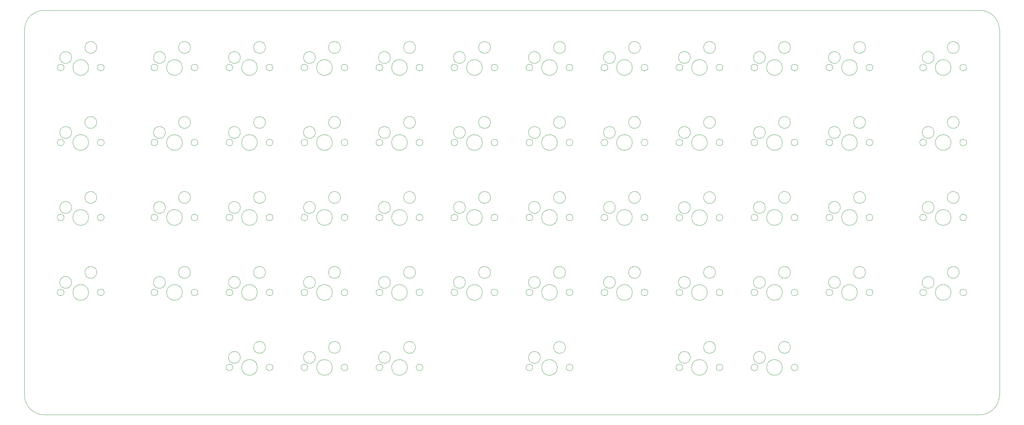
<source format=gbr>
%TF.GenerationSoftware,KiCad,Pcbnew,9.0.6*%
%TF.CreationDate,2026-01-14T23:26:22-05:00*%
%TF.ProjectId,60_keyboard,36305f6b-6579-4626-9f61-72642e6b6963,rev?*%
%TF.SameCoordinates,Original*%
%TF.FileFunction,Profile,NP*%
%FSLAX46Y46*%
G04 Gerber Fmt 4.6, Leading zero omitted, Abs format (unit mm)*
G04 Created by KiCad (PCBNEW 9.0.6) date 2026-01-14 23:26:22*
%MOMM*%
%LPD*%
G01*
G04 APERTURE LIST*
%TA.AperFunction,Profile*%
%ADD10C,0.050000*%
%TD*%
G04 APERTURE END LIST*
D10*
X20000000Y-112500000D02*
G75*
G02*
X15000000Y-107499962I0J5000000D01*
G01*
X15000000Y-15035534D02*
G75*
G02*
X19964466Y-10000000I5000000J35534D01*
G01*
X262000000Y-15000000D02*
X262000000Y-107500000D01*
X256964462Y-10000126D02*
G75*
G02*
X262000000Y-15000000I35538J-4999874D01*
G01*
X262000000Y-107500000D02*
G75*
G02*
X257000000Y-112500000I-5000000J0D01*
G01*
X19964466Y-10000000D02*
X256964466Y-10000737D01*
X15000000Y-107499962D02*
X15000001Y-15035637D01*
X257000034Y-112500000D02*
X20000000Y-112500000D01*
%TO.C,SW55*%
X35181000Y-24500000D02*
G75*
G02*
X33479000Y-24500000I-851000J0D01*
G01*
X33479000Y-24500000D02*
G75*
G02*
X35181000Y-24500000I851000J0D01*
G01*
X33300000Y-19420000D02*
G75*
G02*
X30300000Y-19420000I-1500000J0D01*
G01*
X30300000Y-19420000D02*
G75*
G02*
X33300000Y-19420000I1500000J0D01*
G01*
X31244000Y-24500000D02*
G75*
G02*
X27256000Y-24500000I-1994000J0D01*
G01*
X27256000Y-24500000D02*
G75*
G02*
X31244000Y-24500000I1994000J0D01*
G01*
X26940000Y-21960000D02*
G75*
G02*
X23940000Y-21960000I-1500000J0D01*
G01*
X23940000Y-21960000D02*
G75*
G02*
X26940000Y-21960000I1500000J0D01*
G01*
X25021000Y-24500000D02*
G75*
G02*
X23319000Y-24500000I-851000J0D01*
G01*
X23319000Y-24500000D02*
G75*
G02*
X25021000Y-24500000I851000J0D01*
G01*
%TO.C,SW108*%
X253681000Y-81500000D02*
G75*
G02*
X251979000Y-81500000I-851000J0D01*
G01*
X251979000Y-81500000D02*
G75*
G02*
X253681000Y-81500000I851000J0D01*
G01*
X251800000Y-76420000D02*
G75*
G02*
X248800000Y-76420000I-1500000J0D01*
G01*
X248800000Y-76420000D02*
G75*
G02*
X251800000Y-76420000I1500000J0D01*
G01*
X249744000Y-81500000D02*
G75*
G02*
X245756000Y-81500000I-1994000J0D01*
G01*
X245756000Y-81500000D02*
G75*
G02*
X249744000Y-81500000I1994000J0D01*
G01*
X245440000Y-78960000D02*
G75*
G02*
X242440000Y-78960000I-1500000J0D01*
G01*
X242440000Y-78960000D02*
G75*
G02*
X245440000Y-78960000I1500000J0D01*
G01*
X243521000Y-81500000D02*
G75*
G02*
X241819000Y-81500000I-851000J0D01*
G01*
X241819000Y-81500000D02*
G75*
G02*
X243521000Y-81500000I851000J0D01*
G01*
%TO.C,SW107*%
X253681000Y-62500000D02*
G75*
G02*
X251979000Y-62500000I-851000J0D01*
G01*
X251979000Y-62500000D02*
G75*
G02*
X253681000Y-62500000I851000J0D01*
G01*
X251800000Y-57420000D02*
G75*
G02*
X248800000Y-57420000I-1500000J0D01*
G01*
X248800000Y-57420000D02*
G75*
G02*
X251800000Y-57420000I1500000J0D01*
G01*
X249744000Y-62500000D02*
G75*
G02*
X245756000Y-62500000I-1994000J0D01*
G01*
X245756000Y-62500000D02*
G75*
G02*
X249744000Y-62500000I1994000J0D01*
G01*
X245440000Y-59960000D02*
G75*
G02*
X242440000Y-59960000I-1500000J0D01*
G01*
X242440000Y-59960000D02*
G75*
G02*
X245440000Y-59960000I1500000J0D01*
G01*
X243521000Y-62500000D02*
G75*
G02*
X241819000Y-62500000I-851000J0D01*
G01*
X241819000Y-62500000D02*
G75*
G02*
X243521000Y-62500000I851000J0D01*
G01*
%TO.C,SW106*%
X253681000Y-43500000D02*
G75*
G02*
X251979000Y-43500000I-851000J0D01*
G01*
X251979000Y-43500000D02*
G75*
G02*
X253681000Y-43500000I851000J0D01*
G01*
X251800000Y-38420000D02*
G75*
G02*
X248800000Y-38420000I-1500000J0D01*
G01*
X248800000Y-38420000D02*
G75*
G02*
X251800000Y-38420000I1500000J0D01*
G01*
X249744000Y-43500000D02*
G75*
G02*
X245756000Y-43500000I-1994000J0D01*
G01*
X245756000Y-43500000D02*
G75*
G02*
X249744000Y-43500000I1994000J0D01*
G01*
X245440000Y-40960000D02*
G75*
G02*
X242440000Y-40960000I-1500000J0D01*
G01*
X242440000Y-40960000D02*
G75*
G02*
X245440000Y-40960000I1500000J0D01*
G01*
X243521000Y-43500000D02*
G75*
G02*
X241819000Y-43500000I-851000J0D01*
G01*
X241819000Y-43500000D02*
G75*
G02*
X243521000Y-43500000I851000J0D01*
G01*
%TO.C,SW105*%
X253681000Y-24500000D02*
G75*
G02*
X251979000Y-24500000I-851000J0D01*
G01*
X251979000Y-24500000D02*
G75*
G02*
X253681000Y-24500000I851000J0D01*
G01*
X251800000Y-19420000D02*
G75*
G02*
X248800000Y-19420000I-1500000J0D01*
G01*
X248800000Y-19420000D02*
G75*
G02*
X251800000Y-19420000I1500000J0D01*
G01*
X249744000Y-24500000D02*
G75*
G02*
X245756000Y-24500000I-1994000J0D01*
G01*
X245756000Y-24500000D02*
G75*
G02*
X249744000Y-24500000I1994000J0D01*
G01*
X245440000Y-21960000D02*
G75*
G02*
X242440000Y-21960000I-1500000J0D01*
G01*
X242440000Y-21960000D02*
G75*
G02*
X245440000Y-21960000I1500000J0D01*
G01*
X243521000Y-24500000D02*
G75*
G02*
X241819000Y-24500000I-851000J0D01*
G01*
X241819000Y-24500000D02*
G75*
G02*
X243521000Y-24500000I851000J0D01*
G01*
%TO.C,SW104*%
X229931000Y-81500000D02*
G75*
G02*
X228229000Y-81500000I-851000J0D01*
G01*
X228229000Y-81500000D02*
G75*
G02*
X229931000Y-81500000I851000J0D01*
G01*
X228050000Y-76420000D02*
G75*
G02*
X225050000Y-76420000I-1500000J0D01*
G01*
X225050000Y-76420000D02*
G75*
G02*
X228050000Y-76420000I1500000J0D01*
G01*
X225994000Y-81500000D02*
G75*
G02*
X222006000Y-81500000I-1994000J0D01*
G01*
X222006000Y-81500000D02*
G75*
G02*
X225994000Y-81500000I1994000J0D01*
G01*
X221690000Y-78960000D02*
G75*
G02*
X218690000Y-78960000I-1500000J0D01*
G01*
X218690000Y-78960000D02*
G75*
G02*
X221690000Y-78960000I1500000J0D01*
G01*
X219771000Y-81500000D02*
G75*
G02*
X218069000Y-81500000I-851000J0D01*
G01*
X218069000Y-81500000D02*
G75*
G02*
X219771000Y-81500000I851000J0D01*
G01*
%TO.C,SW103*%
X229931000Y-62500000D02*
G75*
G02*
X228229000Y-62500000I-851000J0D01*
G01*
X228229000Y-62500000D02*
G75*
G02*
X229931000Y-62500000I851000J0D01*
G01*
X228050000Y-57420000D02*
G75*
G02*
X225050000Y-57420000I-1500000J0D01*
G01*
X225050000Y-57420000D02*
G75*
G02*
X228050000Y-57420000I1500000J0D01*
G01*
X225994000Y-62500000D02*
G75*
G02*
X222006000Y-62500000I-1994000J0D01*
G01*
X222006000Y-62500000D02*
G75*
G02*
X225994000Y-62500000I1994000J0D01*
G01*
X221690000Y-59960000D02*
G75*
G02*
X218690000Y-59960000I-1500000J0D01*
G01*
X218690000Y-59960000D02*
G75*
G02*
X221690000Y-59960000I1500000J0D01*
G01*
X219771000Y-62500000D02*
G75*
G02*
X218069000Y-62500000I-851000J0D01*
G01*
X218069000Y-62500000D02*
G75*
G02*
X219771000Y-62500000I851000J0D01*
G01*
%TO.C,SW102*%
X229931000Y-43500000D02*
G75*
G02*
X228229000Y-43500000I-851000J0D01*
G01*
X228229000Y-43500000D02*
G75*
G02*
X229931000Y-43500000I851000J0D01*
G01*
X228050000Y-38420000D02*
G75*
G02*
X225050000Y-38420000I-1500000J0D01*
G01*
X225050000Y-38420000D02*
G75*
G02*
X228050000Y-38420000I1500000J0D01*
G01*
X225994000Y-43500000D02*
G75*
G02*
X222006000Y-43500000I-1994000J0D01*
G01*
X222006000Y-43500000D02*
G75*
G02*
X225994000Y-43500000I1994000J0D01*
G01*
X221690000Y-40960000D02*
G75*
G02*
X218690000Y-40960000I-1500000J0D01*
G01*
X218690000Y-40960000D02*
G75*
G02*
X221690000Y-40960000I1500000J0D01*
G01*
X219771000Y-43500000D02*
G75*
G02*
X218069000Y-43500000I-851000J0D01*
G01*
X218069000Y-43500000D02*
G75*
G02*
X219771000Y-43500000I851000J0D01*
G01*
%TO.C,SW101*%
X229931000Y-24500000D02*
G75*
G02*
X228229000Y-24500000I-851000J0D01*
G01*
X228229000Y-24500000D02*
G75*
G02*
X229931000Y-24500000I851000J0D01*
G01*
X228050000Y-19420000D02*
G75*
G02*
X225050000Y-19420000I-1500000J0D01*
G01*
X225050000Y-19420000D02*
G75*
G02*
X228050000Y-19420000I1500000J0D01*
G01*
X225994000Y-24500000D02*
G75*
G02*
X222006000Y-24500000I-1994000J0D01*
G01*
X222006000Y-24500000D02*
G75*
G02*
X225994000Y-24500000I1994000J0D01*
G01*
X221690000Y-21960000D02*
G75*
G02*
X218690000Y-21960000I-1500000J0D01*
G01*
X218690000Y-21960000D02*
G75*
G02*
X221690000Y-21960000I1500000J0D01*
G01*
X219771000Y-24500000D02*
G75*
G02*
X218069000Y-24500000I-851000J0D01*
G01*
X218069000Y-24500000D02*
G75*
G02*
X219771000Y-24500000I851000J0D01*
G01*
%TO.C,SW79*%
X124771000Y-43500000D02*
G75*
G02*
X123069000Y-43500000I-851000J0D01*
G01*
X123069000Y-43500000D02*
G75*
G02*
X124771000Y-43500000I851000J0D01*
G01*
X126690000Y-40960000D02*
G75*
G02*
X123690000Y-40960000I-1500000J0D01*
G01*
X123690000Y-40960000D02*
G75*
G02*
X126690000Y-40960000I1500000J0D01*
G01*
X130994000Y-43500000D02*
G75*
G02*
X127006000Y-43500000I-1994000J0D01*
G01*
X127006000Y-43500000D02*
G75*
G02*
X130994000Y-43500000I1994000J0D01*
G01*
X133050000Y-38420000D02*
G75*
G02*
X130050000Y-38420000I-1500000J0D01*
G01*
X130050000Y-38420000D02*
G75*
G02*
X133050000Y-38420000I1500000J0D01*
G01*
X134931000Y-43500000D02*
G75*
G02*
X133229000Y-43500000I-851000J0D01*
G01*
X133229000Y-43500000D02*
G75*
G02*
X134931000Y-43500000I851000J0D01*
G01*
%TO.C,SW82*%
X143771000Y-24500000D02*
G75*
G02*
X142069000Y-24500000I-851000J0D01*
G01*
X142069000Y-24500000D02*
G75*
G02*
X143771000Y-24500000I851000J0D01*
G01*
X145690000Y-21960000D02*
G75*
G02*
X142690000Y-21960000I-1500000J0D01*
G01*
X142690000Y-21960000D02*
G75*
G02*
X145690000Y-21960000I1500000J0D01*
G01*
X149994000Y-24500000D02*
G75*
G02*
X146006000Y-24500000I-1994000J0D01*
G01*
X146006000Y-24500000D02*
G75*
G02*
X149994000Y-24500000I1994000J0D01*
G01*
X152050000Y-19420000D02*
G75*
G02*
X149050000Y-19420000I-1500000J0D01*
G01*
X149050000Y-19420000D02*
G75*
G02*
X152050000Y-19420000I1500000J0D01*
G01*
X153931000Y-24500000D02*
G75*
G02*
X152229000Y-24500000I-851000J0D01*
G01*
X152229000Y-24500000D02*
G75*
G02*
X153931000Y-24500000I851000J0D01*
G01*
%TO.C,SW68*%
X86771000Y-24500000D02*
G75*
G02*
X85069000Y-24500000I-851000J0D01*
G01*
X85069000Y-24500000D02*
G75*
G02*
X86771000Y-24500000I851000J0D01*
G01*
X88690000Y-21960000D02*
G75*
G02*
X85690000Y-21960000I-1500000J0D01*
G01*
X85690000Y-21960000D02*
G75*
G02*
X88690000Y-21960000I1500000J0D01*
G01*
X92994000Y-24500000D02*
G75*
G02*
X89006000Y-24500000I-1994000J0D01*
G01*
X89006000Y-24500000D02*
G75*
G02*
X92994000Y-24500000I1994000J0D01*
G01*
X95050000Y-19420000D02*
G75*
G02*
X92050000Y-19420000I-1500000J0D01*
G01*
X92050000Y-19420000D02*
G75*
G02*
X95050000Y-19420000I1500000J0D01*
G01*
X96931000Y-24500000D02*
G75*
G02*
X95229000Y-24500000I-851000J0D01*
G01*
X95229000Y-24500000D02*
G75*
G02*
X96931000Y-24500000I851000J0D01*
G01*
%TO.C,SW85*%
X143771000Y-81500000D02*
G75*
G02*
X142069000Y-81500000I-851000J0D01*
G01*
X142069000Y-81500000D02*
G75*
G02*
X143771000Y-81500000I851000J0D01*
G01*
X145690000Y-78960000D02*
G75*
G02*
X142690000Y-78960000I-1500000J0D01*
G01*
X142690000Y-78960000D02*
G75*
G02*
X145690000Y-78960000I1500000J0D01*
G01*
X149994000Y-81500000D02*
G75*
G02*
X146006000Y-81500000I-1994000J0D01*
G01*
X146006000Y-81500000D02*
G75*
G02*
X149994000Y-81500000I1994000J0D01*
G01*
X152050000Y-76420000D02*
G75*
G02*
X149050000Y-76420000I-1500000J0D01*
G01*
X149050000Y-76420000D02*
G75*
G02*
X152050000Y-76420000I1500000J0D01*
G01*
X153931000Y-81500000D02*
G75*
G02*
X152229000Y-81500000I-851000J0D01*
G01*
X152229000Y-81500000D02*
G75*
G02*
X153931000Y-81500000I851000J0D01*
G01*
%TO.C,SW59*%
X48771000Y-24500000D02*
G75*
G02*
X47069000Y-24500000I-851000J0D01*
G01*
X47069000Y-24500000D02*
G75*
G02*
X48771000Y-24500000I851000J0D01*
G01*
X50690000Y-21960000D02*
G75*
G02*
X47690000Y-21960000I-1500000J0D01*
G01*
X47690000Y-21960000D02*
G75*
G02*
X50690000Y-21960000I1500000J0D01*
G01*
X54994000Y-24500000D02*
G75*
G02*
X51006000Y-24500000I-1994000J0D01*
G01*
X51006000Y-24500000D02*
G75*
G02*
X54994000Y-24500000I1994000J0D01*
G01*
X57050000Y-19420000D02*
G75*
G02*
X54050000Y-19420000I-1500000J0D01*
G01*
X54050000Y-19420000D02*
G75*
G02*
X57050000Y-19420000I1500000J0D01*
G01*
X58931000Y-24500000D02*
G75*
G02*
X57229000Y-24500000I-851000J0D01*
G01*
X57229000Y-24500000D02*
G75*
G02*
X58931000Y-24500000I851000J0D01*
G01*
%TO.C,SW86*%
X143771000Y-100500000D02*
G75*
G02*
X142069000Y-100500000I-851000J0D01*
G01*
X142069000Y-100500000D02*
G75*
G02*
X143771000Y-100500000I851000J0D01*
G01*
X145690000Y-97960000D02*
G75*
G02*
X142690000Y-97960000I-1500000J0D01*
G01*
X142690000Y-97960000D02*
G75*
G02*
X145690000Y-97960000I1500000J0D01*
G01*
X149994000Y-100500000D02*
G75*
G02*
X146006000Y-100500000I-1994000J0D01*
G01*
X146006000Y-100500000D02*
G75*
G02*
X149994000Y-100500000I1994000J0D01*
G01*
X152050000Y-95420000D02*
G75*
G02*
X149050000Y-95420000I-1500000J0D01*
G01*
X149050000Y-95420000D02*
G75*
G02*
X152050000Y-95420000I1500000J0D01*
G01*
X153931000Y-100500000D02*
G75*
G02*
X152229000Y-100500000I-851000J0D01*
G01*
X152229000Y-100500000D02*
G75*
G02*
X153931000Y-100500000I851000J0D01*
G01*
%TO.C,SW76*%
X105771000Y-81500000D02*
G75*
G02*
X104069000Y-81500000I-851000J0D01*
G01*
X104069000Y-81500000D02*
G75*
G02*
X105771000Y-81500000I851000J0D01*
G01*
X107690000Y-78960000D02*
G75*
G02*
X104690000Y-78960000I-1500000J0D01*
G01*
X104690000Y-78960000D02*
G75*
G02*
X107690000Y-78960000I1500000J0D01*
G01*
X111994000Y-81500000D02*
G75*
G02*
X108006000Y-81500000I-1994000J0D01*
G01*
X108006000Y-81500000D02*
G75*
G02*
X111994000Y-81500000I1994000J0D01*
G01*
X114050000Y-76420000D02*
G75*
G02*
X111050000Y-76420000I-1500000J0D01*
G01*
X111050000Y-76420000D02*
G75*
G02*
X114050000Y-76420000I1500000J0D01*
G01*
X115931000Y-81500000D02*
G75*
G02*
X114229000Y-81500000I-851000J0D01*
G01*
X114229000Y-81500000D02*
G75*
G02*
X115931000Y-81500000I851000J0D01*
G01*
%TO.C,SW97*%
X200771000Y-43500000D02*
G75*
G02*
X199069000Y-43500000I-851000J0D01*
G01*
X199069000Y-43500000D02*
G75*
G02*
X200771000Y-43500000I851000J0D01*
G01*
X202690000Y-40960000D02*
G75*
G02*
X199690000Y-40960000I-1500000J0D01*
G01*
X199690000Y-40960000D02*
G75*
G02*
X202690000Y-40960000I1500000J0D01*
G01*
X206994000Y-43500000D02*
G75*
G02*
X203006000Y-43500000I-1994000J0D01*
G01*
X203006000Y-43500000D02*
G75*
G02*
X206994000Y-43500000I1994000J0D01*
G01*
X209050000Y-38420000D02*
G75*
G02*
X206050000Y-38420000I-1500000J0D01*
G01*
X206050000Y-38420000D02*
G75*
G02*
X209050000Y-38420000I1500000J0D01*
G01*
X210931000Y-43500000D02*
G75*
G02*
X209229000Y-43500000I-851000J0D01*
G01*
X209229000Y-43500000D02*
G75*
G02*
X210931000Y-43500000I851000J0D01*
G01*
%TO.C,SW99*%
X200771000Y-81500000D02*
G75*
G02*
X199069000Y-81500000I-851000J0D01*
G01*
X199069000Y-81500000D02*
G75*
G02*
X200771000Y-81500000I851000J0D01*
G01*
X202690000Y-78960000D02*
G75*
G02*
X199690000Y-78960000I-1500000J0D01*
G01*
X199690000Y-78960000D02*
G75*
G02*
X202690000Y-78960000I1500000J0D01*
G01*
X206994000Y-81500000D02*
G75*
G02*
X203006000Y-81500000I-1994000J0D01*
G01*
X203006000Y-81500000D02*
G75*
G02*
X206994000Y-81500000I1994000J0D01*
G01*
X209050000Y-76420000D02*
G75*
G02*
X206050000Y-76420000I-1500000J0D01*
G01*
X206050000Y-76420000D02*
G75*
G02*
X209050000Y-76420000I1500000J0D01*
G01*
X210931000Y-81500000D02*
G75*
G02*
X209229000Y-81500000I-851000J0D01*
G01*
X209229000Y-81500000D02*
G75*
G02*
X210931000Y-81500000I851000J0D01*
G01*
%TO.C,SW58*%
X25021000Y-81500000D02*
G75*
G02*
X23319000Y-81500000I-851000J0D01*
G01*
X23319000Y-81500000D02*
G75*
G02*
X25021000Y-81500000I851000J0D01*
G01*
X26940000Y-78960000D02*
G75*
G02*
X23940000Y-78960000I-1500000J0D01*
G01*
X23940000Y-78960000D02*
G75*
G02*
X26940000Y-78960000I1500000J0D01*
G01*
X31244000Y-81500000D02*
G75*
G02*
X27256000Y-81500000I-1994000J0D01*
G01*
X27256000Y-81500000D02*
G75*
G02*
X31244000Y-81500000I1994000J0D01*
G01*
X33300000Y-76420000D02*
G75*
G02*
X30300000Y-76420000I-1500000J0D01*
G01*
X30300000Y-76420000D02*
G75*
G02*
X33300000Y-76420000I1500000J0D01*
G01*
X35181000Y-81500000D02*
G75*
G02*
X33479000Y-81500000I-851000J0D01*
G01*
X33479000Y-81500000D02*
G75*
G02*
X35181000Y-81500000I851000J0D01*
G01*
%TO.C,SW83*%
X143771000Y-43500000D02*
G75*
G02*
X142069000Y-43500000I-851000J0D01*
G01*
X142069000Y-43500000D02*
G75*
G02*
X143771000Y-43500000I851000J0D01*
G01*
X145690000Y-40960000D02*
G75*
G02*
X142690000Y-40960000I-1500000J0D01*
G01*
X142690000Y-40960000D02*
G75*
G02*
X145690000Y-40960000I1500000J0D01*
G01*
X149994000Y-43500000D02*
G75*
G02*
X146006000Y-43500000I-1994000J0D01*
G01*
X146006000Y-43500000D02*
G75*
G02*
X149994000Y-43500000I1994000J0D01*
G01*
X152050000Y-38420000D02*
G75*
G02*
X149050000Y-38420000I-1500000J0D01*
G01*
X149050000Y-38420000D02*
G75*
G02*
X152050000Y-38420000I1500000J0D01*
G01*
X153931000Y-43500000D02*
G75*
G02*
X152229000Y-43500000I-851000J0D01*
G01*
X152229000Y-43500000D02*
G75*
G02*
X153931000Y-43500000I851000J0D01*
G01*
%TO.C,SW100*%
X200771000Y-100500000D02*
G75*
G02*
X199069000Y-100500000I-851000J0D01*
G01*
X199069000Y-100500000D02*
G75*
G02*
X200771000Y-100500000I851000J0D01*
G01*
X202690000Y-97960000D02*
G75*
G02*
X199690000Y-97960000I-1500000J0D01*
G01*
X199690000Y-97960000D02*
G75*
G02*
X202690000Y-97960000I1500000J0D01*
G01*
X206994000Y-100500000D02*
G75*
G02*
X203006000Y-100500000I-1994000J0D01*
G01*
X203006000Y-100500000D02*
G75*
G02*
X206994000Y-100500000I1994000J0D01*
G01*
X209050000Y-95420000D02*
G75*
G02*
X206050000Y-95420000I-1500000J0D01*
G01*
X206050000Y-95420000D02*
G75*
G02*
X209050000Y-95420000I1500000J0D01*
G01*
X210931000Y-100500000D02*
G75*
G02*
X209229000Y-100500000I-851000J0D01*
G01*
X209229000Y-100500000D02*
G75*
G02*
X210931000Y-100500000I851000J0D01*
G01*
%TO.C,SW72*%
X86771000Y-100500000D02*
G75*
G02*
X85069000Y-100500000I-851000J0D01*
G01*
X85069000Y-100500000D02*
G75*
G02*
X86771000Y-100500000I851000J0D01*
G01*
X88690000Y-97960000D02*
G75*
G02*
X85690000Y-97960000I-1500000J0D01*
G01*
X85690000Y-97960000D02*
G75*
G02*
X88690000Y-97960000I1500000J0D01*
G01*
X92994000Y-100500000D02*
G75*
G02*
X89006000Y-100500000I-1994000J0D01*
G01*
X89006000Y-100500000D02*
G75*
G02*
X92994000Y-100500000I1994000J0D01*
G01*
X95050000Y-95420000D02*
G75*
G02*
X92050000Y-95420000I-1500000J0D01*
G01*
X92050000Y-95420000D02*
G75*
G02*
X95050000Y-95420000I1500000J0D01*
G01*
X96931000Y-100500000D02*
G75*
G02*
X95229000Y-100500000I-851000J0D01*
G01*
X95229000Y-100500000D02*
G75*
G02*
X96931000Y-100500000I851000J0D01*
G01*
%TO.C,SW56*%
X25021000Y-43500000D02*
G75*
G02*
X23319000Y-43500000I-851000J0D01*
G01*
X23319000Y-43500000D02*
G75*
G02*
X25021000Y-43500000I851000J0D01*
G01*
X26940000Y-40960000D02*
G75*
G02*
X23940000Y-40960000I-1500000J0D01*
G01*
X23940000Y-40960000D02*
G75*
G02*
X26940000Y-40960000I1500000J0D01*
G01*
X31244000Y-43500000D02*
G75*
G02*
X27256000Y-43500000I-1994000J0D01*
G01*
X27256000Y-43500000D02*
G75*
G02*
X31244000Y-43500000I1994000J0D01*
G01*
X33300000Y-38420000D02*
G75*
G02*
X30300000Y-38420000I-1500000J0D01*
G01*
X30300000Y-38420000D02*
G75*
G02*
X33300000Y-38420000I1500000J0D01*
G01*
X35181000Y-43500000D02*
G75*
G02*
X33479000Y-43500000I-851000J0D01*
G01*
X33479000Y-43500000D02*
G75*
G02*
X35181000Y-43500000I851000J0D01*
G01*
%TO.C,SW93*%
X181771000Y-62540000D02*
G75*
G02*
X180069000Y-62540000I-851000J0D01*
G01*
X180069000Y-62540000D02*
G75*
G02*
X181771000Y-62540000I851000J0D01*
G01*
X183690000Y-60000000D02*
G75*
G02*
X180690000Y-60000000I-1500000J0D01*
G01*
X180690000Y-60000000D02*
G75*
G02*
X183690000Y-60000000I1500000J0D01*
G01*
X187994000Y-62540000D02*
G75*
G02*
X184006000Y-62540000I-1994000J0D01*
G01*
X184006000Y-62540000D02*
G75*
G02*
X187994000Y-62540000I1994000J0D01*
G01*
X190050000Y-57460000D02*
G75*
G02*
X187050000Y-57460000I-1500000J0D01*
G01*
X187050000Y-57460000D02*
G75*
G02*
X190050000Y-57460000I1500000J0D01*
G01*
X191931000Y-62540000D02*
G75*
G02*
X190229000Y-62540000I-851000J0D01*
G01*
X190229000Y-62540000D02*
G75*
G02*
X191931000Y-62540000I851000J0D01*
G01*
%TO.C,SW66*%
X67771000Y-81500000D02*
G75*
G02*
X66069000Y-81500000I-851000J0D01*
G01*
X66069000Y-81500000D02*
G75*
G02*
X67771000Y-81500000I851000J0D01*
G01*
X69690000Y-78960000D02*
G75*
G02*
X66690000Y-78960000I-1500000J0D01*
G01*
X66690000Y-78960000D02*
G75*
G02*
X69690000Y-78960000I1500000J0D01*
G01*
X73994000Y-81500000D02*
G75*
G02*
X70006000Y-81500000I-1994000J0D01*
G01*
X70006000Y-81500000D02*
G75*
G02*
X73994000Y-81500000I1994000J0D01*
G01*
X76050000Y-76420000D02*
G75*
G02*
X73050000Y-76420000I-1500000J0D01*
G01*
X73050000Y-76420000D02*
G75*
G02*
X76050000Y-76420000I1500000J0D01*
G01*
X77931000Y-81500000D02*
G75*
G02*
X76229000Y-81500000I-851000J0D01*
G01*
X76229000Y-81500000D02*
G75*
G02*
X77931000Y-81500000I851000J0D01*
G01*
%TO.C,SW81*%
X124771000Y-81500000D02*
G75*
G02*
X123069000Y-81500000I-851000J0D01*
G01*
X123069000Y-81500000D02*
G75*
G02*
X124771000Y-81500000I851000J0D01*
G01*
X126690000Y-78960000D02*
G75*
G02*
X123690000Y-78960000I-1500000J0D01*
G01*
X123690000Y-78960000D02*
G75*
G02*
X126690000Y-78960000I1500000J0D01*
G01*
X130994000Y-81500000D02*
G75*
G02*
X127006000Y-81500000I-1994000J0D01*
G01*
X127006000Y-81500000D02*
G75*
G02*
X130994000Y-81500000I1994000J0D01*
G01*
X133050000Y-76420000D02*
G75*
G02*
X130050000Y-76420000I-1500000J0D01*
G01*
X130050000Y-76420000D02*
G75*
G02*
X133050000Y-76420000I1500000J0D01*
G01*
X134931000Y-81500000D02*
G75*
G02*
X133229000Y-81500000I-851000J0D01*
G01*
X133229000Y-81500000D02*
G75*
G02*
X134931000Y-81500000I851000J0D01*
G01*
%TO.C,SW92*%
X181771000Y-43500000D02*
G75*
G02*
X180069000Y-43500000I-851000J0D01*
G01*
X180069000Y-43500000D02*
G75*
G02*
X181771000Y-43500000I851000J0D01*
G01*
X183690000Y-40960000D02*
G75*
G02*
X180690000Y-40960000I-1500000J0D01*
G01*
X180690000Y-40960000D02*
G75*
G02*
X183690000Y-40960000I1500000J0D01*
G01*
X187994000Y-43500000D02*
G75*
G02*
X184006000Y-43500000I-1994000J0D01*
G01*
X184006000Y-43500000D02*
G75*
G02*
X187994000Y-43500000I1994000J0D01*
G01*
X190050000Y-38420000D02*
G75*
G02*
X187050000Y-38420000I-1500000J0D01*
G01*
X187050000Y-38420000D02*
G75*
G02*
X190050000Y-38420000I1500000J0D01*
G01*
X191931000Y-43500000D02*
G75*
G02*
X190229000Y-43500000I-851000J0D01*
G01*
X190229000Y-43500000D02*
G75*
G02*
X191931000Y-43500000I851000J0D01*
G01*
%TO.C,SW64*%
X67771000Y-43500000D02*
G75*
G02*
X66069000Y-43500000I-851000J0D01*
G01*
X66069000Y-43500000D02*
G75*
G02*
X67771000Y-43500000I851000J0D01*
G01*
X69690000Y-40960000D02*
G75*
G02*
X66690000Y-40960000I-1500000J0D01*
G01*
X66690000Y-40960000D02*
G75*
G02*
X69690000Y-40960000I1500000J0D01*
G01*
X73994000Y-43500000D02*
G75*
G02*
X70006000Y-43500000I-1994000J0D01*
G01*
X70006000Y-43500000D02*
G75*
G02*
X73994000Y-43500000I1994000J0D01*
G01*
X76050000Y-38420000D02*
G75*
G02*
X73050000Y-38420000I-1500000J0D01*
G01*
X73050000Y-38420000D02*
G75*
G02*
X76050000Y-38420000I1500000J0D01*
G01*
X77931000Y-43500000D02*
G75*
G02*
X76229000Y-43500000I-851000J0D01*
G01*
X76229000Y-43500000D02*
G75*
G02*
X77931000Y-43500000I851000J0D01*
G01*
%TO.C,SW95*%
X181771000Y-100500000D02*
G75*
G02*
X180069000Y-100500000I-851000J0D01*
G01*
X180069000Y-100500000D02*
G75*
G02*
X181771000Y-100500000I851000J0D01*
G01*
X183690000Y-97960000D02*
G75*
G02*
X180690000Y-97960000I-1500000J0D01*
G01*
X180690000Y-97960000D02*
G75*
G02*
X183690000Y-97960000I1500000J0D01*
G01*
X187994000Y-100500000D02*
G75*
G02*
X184006000Y-100500000I-1994000J0D01*
G01*
X184006000Y-100500000D02*
G75*
G02*
X187994000Y-100500000I1994000J0D01*
G01*
X190050000Y-95420000D02*
G75*
G02*
X187050000Y-95420000I-1500000J0D01*
G01*
X187050000Y-95420000D02*
G75*
G02*
X190050000Y-95420000I1500000J0D01*
G01*
X191931000Y-100500000D02*
G75*
G02*
X190229000Y-100500000I-851000J0D01*
G01*
X190229000Y-100500000D02*
G75*
G02*
X191931000Y-100500000I851000J0D01*
G01*
%TO.C,SW94*%
X181771000Y-81500000D02*
G75*
G02*
X180069000Y-81500000I-851000J0D01*
G01*
X180069000Y-81500000D02*
G75*
G02*
X181771000Y-81500000I851000J0D01*
G01*
X183690000Y-78960000D02*
G75*
G02*
X180690000Y-78960000I-1500000J0D01*
G01*
X180690000Y-78960000D02*
G75*
G02*
X183690000Y-78960000I1500000J0D01*
G01*
X187994000Y-81500000D02*
G75*
G02*
X184006000Y-81500000I-1994000J0D01*
G01*
X184006000Y-81500000D02*
G75*
G02*
X187994000Y-81500000I1994000J0D01*
G01*
X190050000Y-76420000D02*
G75*
G02*
X187050000Y-76420000I-1500000J0D01*
G01*
X187050000Y-76420000D02*
G75*
G02*
X190050000Y-76420000I1500000J0D01*
G01*
X191931000Y-81500000D02*
G75*
G02*
X190229000Y-81500000I-851000J0D01*
G01*
X190229000Y-81500000D02*
G75*
G02*
X191931000Y-81500000I851000J0D01*
G01*
%TO.C,SW60*%
X48771000Y-43500000D02*
G75*
G02*
X47069000Y-43500000I-851000J0D01*
G01*
X47069000Y-43500000D02*
G75*
G02*
X48771000Y-43500000I851000J0D01*
G01*
X50690000Y-40960000D02*
G75*
G02*
X47690000Y-40960000I-1500000J0D01*
G01*
X47690000Y-40960000D02*
G75*
G02*
X50690000Y-40960000I1500000J0D01*
G01*
X54994000Y-43500000D02*
G75*
G02*
X51006000Y-43500000I-1994000J0D01*
G01*
X51006000Y-43500000D02*
G75*
G02*
X54994000Y-43500000I1994000J0D01*
G01*
X57050000Y-38420000D02*
G75*
G02*
X54050000Y-38420000I-1500000J0D01*
G01*
X54050000Y-38420000D02*
G75*
G02*
X57050000Y-38420000I1500000J0D01*
G01*
X58931000Y-43500000D02*
G75*
G02*
X57229000Y-43500000I-851000J0D01*
G01*
X57229000Y-43500000D02*
G75*
G02*
X58931000Y-43500000I851000J0D01*
G01*
%TO.C,SW69*%
X86771000Y-43500000D02*
G75*
G02*
X85069000Y-43500000I-851000J0D01*
G01*
X85069000Y-43500000D02*
G75*
G02*
X86771000Y-43500000I851000J0D01*
G01*
X88690000Y-40960000D02*
G75*
G02*
X85690000Y-40960000I-1500000J0D01*
G01*
X85690000Y-40960000D02*
G75*
G02*
X88690000Y-40960000I1500000J0D01*
G01*
X92994000Y-43500000D02*
G75*
G02*
X89006000Y-43500000I-1994000J0D01*
G01*
X89006000Y-43500000D02*
G75*
G02*
X92994000Y-43500000I1994000J0D01*
G01*
X95050000Y-38420000D02*
G75*
G02*
X92050000Y-38420000I-1500000J0D01*
G01*
X92050000Y-38420000D02*
G75*
G02*
X95050000Y-38420000I1500000J0D01*
G01*
X96931000Y-43500000D02*
G75*
G02*
X95229000Y-43500000I-851000J0D01*
G01*
X95229000Y-43500000D02*
G75*
G02*
X96931000Y-43500000I851000J0D01*
G01*
%TO.C,SW63*%
X67771000Y-24500000D02*
G75*
G02*
X66069000Y-24500000I-851000J0D01*
G01*
X66069000Y-24500000D02*
G75*
G02*
X67771000Y-24500000I851000J0D01*
G01*
X69690000Y-21960000D02*
G75*
G02*
X66690000Y-21960000I-1500000J0D01*
G01*
X66690000Y-21960000D02*
G75*
G02*
X69690000Y-21960000I1500000J0D01*
G01*
X73994000Y-24500000D02*
G75*
G02*
X70006000Y-24500000I-1994000J0D01*
G01*
X70006000Y-24500000D02*
G75*
G02*
X73994000Y-24500000I1994000J0D01*
G01*
X76050000Y-19420000D02*
G75*
G02*
X73050000Y-19420000I-1500000J0D01*
G01*
X73050000Y-19420000D02*
G75*
G02*
X76050000Y-19420000I1500000J0D01*
G01*
X77931000Y-24500000D02*
G75*
G02*
X76229000Y-24500000I-851000J0D01*
G01*
X76229000Y-24500000D02*
G75*
G02*
X77931000Y-24500000I851000J0D01*
G01*
%TO.C,SW78*%
X124771000Y-24500000D02*
G75*
G02*
X123069000Y-24500000I-851000J0D01*
G01*
X123069000Y-24500000D02*
G75*
G02*
X124771000Y-24500000I851000J0D01*
G01*
X126690000Y-21960000D02*
G75*
G02*
X123690000Y-21960000I-1500000J0D01*
G01*
X123690000Y-21960000D02*
G75*
G02*
X126690000Y-21960000I1500000J0D01*
G01*
X130994000Y-24500000D02*
G75*
G02*
X127006000Y-24500000I-1994000J0D01*
G01*
X127006000Y-24500000D02*
G75*
G02*
X130994000Y-24500000I1994000J0D01*
G01*
X133050000Y-19420000D02*
G75*
G02*
X130050000Y-19420000I-1500000J0D01*
G01*
X130050000Y-19420000D02*
G75*
G02*
X133050000Y-19420000I1500000J0D01*
G01*
X134931000Y-24500000D02*
G75*
G02*
X133229000Y-24500000I-851000J0D01*
G01*
X133229000Y-24500000D02*
G75*
G02*
X134931000Y-24500000I851000J0D01*
G01*
%TO.C,SW80*%
X124771000Y-62500000D02*
G75*
G02*
X123069000Y-62500000I-851000J0D01*
G01*
X123069000Y-62500000D02*
G75*
G02*
X124771000Y-62500000I851000J0D01*
G01*
X126690000Y-59960000D02*
G75*
G02*
X123690000Y-59960000I-1500000J0D01*
G01*
X123690000Y-59960000D02*
G75*
G02*
X126690000Y-59960000I1500000J0D01*
G01*
X130994000Y-62500000D02*
G75*
G02*
X127006000Y-62500000I-1994000J0D01*
G01*
X127006000Y-62500000D02*
G75*
G02*
X130994000Y-62500000I1994000J0D01*
G01*
X133050000Y-57420000D02*
G75*
G02*
X130050000Y-57420000I-1500000J0D01*
G01*
X130050000Y-57420000D02*
G75*
G02*
X133050000Y-57420000I1500000J0D01*
G01*
X134931000Y-62500000D02*
G75*
G02*
X133229000Y-62500000I-851000J0D01*
G01*
X133229000Y-62500000D02*
G75*
G02*
X134931000Y-62500000I851000J0D01*
G01*
%TO.C,SW96*%
X200771000Y-24500000D02*
G75*
G02*
X199069000Y-24500000I-851000J0D01*
G01*
X199069000Y-24500000D02*
G75*
G02*
X200771000Y-24500000I851000J0D01*
G01*
X202690000Y-21960000D02*
G75*
G02*
X199690000Y-21960000I-1500000J0D01*
G01*
X199690000Y-21960000D02*
G75*
G02*
X202690000Y-21960000I1500000J0D01*
G01*
X206994000Y-24500000D02*
G75*
G02*
X203006000Y-24500000I-1994000J0D01*
G01*
X203006000Y-24500000D02*
G75*
G02*
X206994000Y-24500000I1994000J0D01*
G01*
X209050000Y-19420000D02*
G75*
G02*
X206050000Y-19420000I-1500000J0D01*
G01*
X206050000Y-19420000D02*
G75*
G02*
X209050000Y-19420000I1500000J0D01*
G01*
X210931000Y-24500000D02*
G75*
G02*
X209229000Y-24500000I-851000J0D01*
G01*
X209229000Y-24500000D02*
G75*
G02*
X210931000Y-24500000I851000J0D01*
G01*
%TO.C,SW67*%
X67771000Y-100500000D02*
G75*
G02*
X66069000Y-100500000I-851000J0D01*
G01*
X66069000Y-100500000D02*
G75*
G02*
X67771000Y-100500000I851000J0D01*
G01*
X69690000Y-97960000D02*
G75*
G02*
X66690000Y-97960000I-1500000J0D01*
G01*
X66690000Y-97960000D02*
G75*
G02*
X69690000Y-97960000I1500000J0D01*
G01*
X73994000Y-100500000D02*
G75*
G02*
X70006000Y-100500000I-1994000J0D01*
G01*
X70006000Y-100500000D02*
G75*
G02*
X73994000Y-100500000I1994000J0D01*
G01*
X76050000Y-95420000D02*
G75*
G02*
X73050000Y-95420000I-1500000J0D01*
G01*
X73050000Y-95420000D02*
G75*
G02*
X76050000Y-95420000I1500000J0D01*
G01*
X77931000Y-100500000D02*
G75*
G02*
X76229000Y-100500000I-851000J0D01*
G01*
X76229000Y-100500000D02*
G75*
G02*
X77931000Y-100500000I851000J0D01*
G01*
%TO.C,SW90*%
X162771000Y-81500000D02*
G75*
G02*
X161069000Y-81500000I-851000J0D01*
G01*
X161069000Y-81500000D02*
G75*
G02*
X162771000Y-81500000I851000J0D01*
G01*
X164690000Y-78960000D02*
G75*
G02*
X161690000Y-78960000I-1500000J0D01*
G01*
X161690000Y-78960000D02*
G75*
G02*
X164690000Y-78960000I1500000J0D01*
G01*
X168994000Y-81500000D02*
G75*
G02*
X165006000Y-81500000I-1994000J0D01*
G01*
X165006000Y-81500000D02*
G75*
G02*
X168994000Y-81500000I1994000J0D01*
G01*
X171050000Y-76420000D02*
G75*
G02*
X168050000Y-76420000I-1500000J0D01*
G01*
X168050000Y-76420000D02*
G75*
G02*
X171050000Y-76420000I1500000J0D01*
G01*
X172931000Y-81500000D02*
G75*
G02*
X171229000Y-81500000I-851000J0D01*
G01*
X171229000Y-81500000D02*
G75*
G02*
X172931000Y-81500000I851000J0D01*
G01*
%TO.C,SW70*%
X86771000Y-62500000D02*
G75*
G02*
X85069000Y-62500000I-851000J0D01*
G01*
X85069000Y-62500000D02*
G75*
G02*
X86771000Y-62500000I851000J0D01*
G01*
X88690000Y-59960000D02*
G75*
G02*
X85690000Y-59960000I-1500000J0D01*
G01*
X85690000Y-59960000D02*
G75*
G02*
X88690000Y-59960000I1500000J0D01*
G01*
X92994000Y-62500000D02*
G75*
G02*
X89006000Y-62500000I-1994000J0D01*
G01*
X89006000Y-62500000D02*
G75*
G02*
X92994000Y-62500000I1994000J0D01*
G01*
X95050000Y-57420000D02*
G75*
G02*
X92050000Y-57420000I-1500000J0D01*
G01*
X92050000Y-57420000D02*
G75*
G02*
X95050000Y-57420000I1500000J0D01*
G01*
X96931000Y-62500000D02*
G75*
G02*
X95229000Y-62500000I-851000J0D01*
G01*
X95229000Y-62500000D02*
G75*
G02*
X96931000Y-62500000I851000J0D01*
G01*
%TO.C,SW65*%
X67771000Y-62500000D02*
G75*
G02*
X66069000Y-62500000I-851000J0D01*
G01*
X66069000Y-62500000D02*
G75*
G02*
X67771000Y-62500000I851000J0D01*
G01*
X69690000Y-59960000D02*
G75*
G02*
X66690000Y-59960000I-1500000J0D01*
G01*
X66690000Y-59960000D02*
G75*
G02*
X69690000Y-59960000I1500000J0D01*
G01*
X73994000Y-62500000D02*
G75*
G02*
X70006000Y-62500000I-1994000J0D01*
G01*
X70006000Y-62500000D02*
G75*
G02*
X73994000Y-62500000I1994000J0D01*
G01*
X76050000Y-57420000D02*
G75*
G02*
X73050000Y-57420000I-1500000J0D01*
G01*
X73050000Y-57420000D02*
G75*
G02*
X76050000Y-57420000I1500000J0D01*
G01*
X77931000Y-62500000D02*
G75*
G02*
X76229000Y-62500000I-851000J0D01*
G01*
X76229000Y-62500000D02*
G75*
G02*
X77931000Y-62500000I851000J0D01*
G01*
%TO.C,SW77*%
X105771000Y-100500000D02*
G75*
G02*
X104069000Y-100500000I-851000J0D01*
G01*
X104069000Y-100500000D02*
G75*
G02*
X105771000Y-100500000I851000J0D01*
G01*
X107690000Y-97960000D02*
G75*
G02*
X104690000Y-97960000I-1500000J0D01*
G01*
X104690000Y-97960000D02*
G75*
G02*
X107690000Y-97960000I1500000J0D01*
G01*
X111994000Y-100500000D02*
G75*
G02*
X108006000Y-100500000I-1994000J0D01*
G01*
X108006000Y-100500000D02*
G75*
G02*
X111994000Y-100500000I1994000J0D01*
G01*
X114050000Y-95420000D02*
G75*
G02*
X111050000Y-95420000I-1500000J0D01*
G01*
X111050000Y-95420000D02*
G75*
G02*
X114050000Y-95420000I1500000J0D01*
G01*
X115931000Y-100500000D02*
G75*
G02*
X114229000Y-100500000I-851000J0D01*
G01*
X114229000Y-100500000D02*
G75*
G02*
X115931000Y-100500000I851000J0D01*
G01*
%TO.C,SW89*%
X162771000Y-62500000D02*
G75*
G02*
X161069000Y-62500000I-851000J0D01*
G01*
X161069000Y-62500000D02*
G75*
G02*
X162771000Y-62500000I851000J0D01*
G01*
X164690000Y-59960000D02*
G75*
G02*
X161690000Y-59960000I-1500000J0D01*
G01*
X161690000Y-59960000D02*
G75*
G02*
X164690000Y-59960000I1500000J0D01*
G01*
X168994000Y-62500000D02*
G75*
G02*
X165006000Y-62500000I-1994000J0D01*
G01*
X165006000Y-62500000D02*
G75*
G02*
X168994000Y-62500000I1994000J0D01*
G01*
X171050000Y-57420000D02*
G75*
G02*
X168050000Y-57420000I-1500000J0D01*
G01*
X168050000Y-57420000D02*
G75*
G02*
X171050000Y-57420000I1500000J0D01*
G01*
X172931000Y-62500000D02*
G75*
G02*
X171229000Y-62500000I-851000J0D01*
G01*
X171229000Y-62500000D02*
G75*
G02*
X172931000Y-62500000I851000J0D01*
G01*
%TO.C,SW61*%
X48771000Y-62500000D02*
G75*
G02*
X47069000Y-62500000I-851000J0D01*
G01*
X47069000Y-62500000D02*
G75*
G02*
X48771000Y-62500000I851000J0D01*
G01*
X50690000Y-59960000D02*
G75*
G02*
X47690000Y-59960000I-1500000J0D01*
G01*
X47690000Y-59960000D02*
G75*
G02*
X50690000Y-59960000I1500000J0D01*
G01*
X54994000Y-62500000D02*
G75*
G02*
X51006000Y-62500000I-1994000J0D01*
G01*
X51006000Y-62500000D02*
G75*
G02*
X54994000Y-62500000I1994000J0D01*
G01*
X57050000Y-57420000D02*
G75*
G02*
X54050000Y-57420000I-1500000J0D01*
G01*
X54050000Y-57420000D02*
G75*
G02*
X57050000Y-57420000I1500000J0D01*
G01*
X58931000Y-62500000D02*
G75*
G02*
X57229000Y-62500000I-851000J0D01*
G01*
X57229000Y-62500000D02*
G75*
G02*
X58931000Y-62500000I851000J0D01*
G01*
%TO.C,SW74*%
X105771000Y-43500000D02*
G75*
G02*
X104069000Y-43500000I-851000J0D01*
G01*
X104069000Y-43500000D02*
G75*
G02*
X105771000Y-43500000I851000J0D01*
G01*
X107690000Y-40960000D02*
G75*
G02*
X104690000Y-40960000I-1500000J0D01*
G01*
X104690000Y-40960000D02*
G75*
G02*
X107690000Y-40960000I1500000J0D01*
G01*
X111994000Y-43500000D02*
G75*
G02*
X108006000Y-43500000I-1994000J0D01*
G01*
X108006000Y-43500000D02*
G75*
G02*
X111994000Y-43500000I1994000J0D01*
G01*
X114050000Y-38420000D02*
G75*
G02*
X111050000Y-38420000I-1500000J0D01*
G01*
X111050000Y-38420000D02*
G75*
G02*
X114050000Y-38420000I1500000J0D01*
G01*
X115931000Y-43500000D02*
G75*
G02*
X114229000Y-43500000I-851000J0D01*
G01*
X114229000Y-43500000D02*
G75*
G02*
X115931000Y-43500000I851000J0D01*
G01*
%TO.C,SW57*%
X25021000Y-62500000D02*
G75*
G02*
X23319000Y-62500000I-851000J0D01*
G01*
X23319000Y-62500000D02*
G75*
G02*
X25021000Y-62500000I851000J0D01*
G01*
X26940000Y-59960000D02*
G75*
G02*
X23940000Y-59960000I-1500000J0D01*
G01*
X23940000Y-59960000D02*
G75*
G02*
X26940000Y-59960000I1500000J0D01*
G01*
X31244000Y-62500000D02*
G75*
G02*
X27256000Y-62500000I-1994000J0D01*
G01*
X27256000Y-62500000D02*
G75*
G02*
X31244000Y-62500000I1994000J0D01*
G01*
X33300000Y-57420000D02*
G75*
G02*
X30300000Y-57420000I-1500000J0D01*
G01*
X30300000Y-57420000D02*
G75*
G02*
X33300000Y-57420000I1500000J0D01*
G01*
X35181000Y-62500000D02*
G75*
G02*
X33479000Y-62500000I-851000J0D01*
G01*
X33479000Y-62500000D02*
G75*
G02*
X35181000Y-62500000I851000J0D01*
G01*
%TO.C,SW84*%
X143771000Y-62500000D02*
G75*
G02*
X142069000Y-62500000I-851000J0D01*
G01*
X142069000Y-62500000D02*
G75*
G02*
X143771000Y-62500000I851000J0D01*
G01*
X145690000Y-59960000D02*
G75*
G02*
X142690000Y-59960000I-1500000J0D01*
G01*
X142690000Y-59960000D02*
G75*
G02*
X145690000Y-59960000I1500000J0D01*
G01*
X149994000Y-62500000D02*
G75*
G02*
X146006000Y-62500000I-1994000J0D01*
G01*
X146006000Y-62500000D02*
G75*
G02*
X149994000Y-62500000I1994000J0D01*
G01*
X152050000Y-57420000D02*
G75*
G02*
X149050000Y-57420000I-1500000J0D01*
G01*
X149050000Y-57420000D02*
G75*
G02*
X152050000Y-57420000I1500000J0D01*
G01*
X153931000Y-62500000D02*
G75*
G02*
X152229000Y-62500000I-851000J0D01*
G01*
X152229000Y-62500000D02*
G75*
G02*
X153931000Y-62500000I851000J0D01*
G01*
%TO.C,SW73*%
X105771000Y-24500000D02*
G75*
G02*
X104069000Y-24500000I-851000J0D01*
G01*
X104069000Y-24500000D02*
G75*
G02*
X105771000Y-24500000I851000J0D01*
G01*
X107690000Y-21960000D02*
G75*
G02*
X104690000Y-21960000I-1500000J0D01*
G01*
X104690000Y-21960000D02*
G75*
G02*
X107690000Y-21960000I1500000J0D01*
G01*
X111994000Y-24500000D02*
G75*
G02*
X108006000Y-24500000I-1994000J0D01*
G01*
X108006000Y-24500000D02*
G75*
G02*
X111994000Y-24500000I1994000J0D01*
G01*
X114050000Y-19420000D02*
G75*
G02*
X111050000Y-19420000I-1500000J0D01*
G01*
X111050000Y-19420000D02*
G75*
G02*
X114050000Y-19420000I1500000J0D01*
G01*
X115931000Y-24500000D02*
G75*
G02*
X114229000Y-24500000I-851000J0D01*
G01*
X114229000Y-24500000D02*
G75*
G02*
X115931000Y-24500000I851000J0D01*
G01*
%TO.C,SW87*%
X162771000Y-24500000D02*
G75*
G02*
X161069000Y-24500000I-851000J0D01*
G01*
X161069000Y-24500000D02*
G75*
G02*
X162771000Y-24500000I851000J0D01*
G01*
X164690000Y-21960000D02*
G75*
G02*
X161690000Y-21960000I-1500000J0D01*
G01*
X161690000Y-21960000D02*
G75*
G02*
X164690000Y-21960000I1500000J0D01*
G01*
X168994000Y-24500000D02*
G75*
G02*
X165006000Y-24500000I-1994000J0D01*
G01*
X165006000Y-24500000D02*
G75*
G02*
X168994000Y-24500000I1994000J0D01*
G01*
X171050000Y-19420000D02*
G75*
G02*
X168050000Y-19420000I-1500000J0D01*
G01*
X168050000Y-19420000D02*
G75*
G02*
X171050000Y-19420000I1500000J0D01*
G01*
X172931000Y-24500000D02*
G75*
G02*
X171229000Y-24500000I-851000J0D01*
G01*
X171229000Y-24500000D02*
G75*
G02*
X172931000Y-24500000I851000J0D01*
G01*
%TO.C,SW62*%
X48771000Y-81500000D02*
G75*
G02*
X47069000Y-81500000I-851000J0D01*
G01*
X47069000Y-81500000D02*
G75*
G02*
X48771000Y-81500000I851000J0D01*
G01*
X50690000Y-78960000D02*
G75*
G02*
X47690000Y-78960000I-1500000J0D01*
G01*
X47690000Y-78960000D02*
G75*
G02*
X50690000Y-78960000I1500000J0D01*
G01*
X54994000Y-81500000D02*
G75*
G02*
X51006000Y-81500000I-1994000J0D01*
G01*
X51006000Y-81500000D02*
G75*
G02*
X54994000Y-81500000I1994000J0D01*
G01*
X57050000Y-76420000D02*
G75*
G02*
X54050000Y-76420000I-1500000J0D01*
G01*
X54050000Y-76420000D02*
G75*
G02*
X57050000Y-76420000I1500000J0D01*
G01*
X58931000Y-81500000D02*
G75*
G02*
X57229000Y-81500000I-851000J0D01*
G01*
X57229000Y-81500000D02*
G75*
G02*
X58931000Y-81500000I851000J0D01*
G01*
%TO.C,SW88*%
X162771000Y-43500000D02*
G75*
G02*
X161069000Y-43500000I-851000J0D01*
G01*
X161069000Y-43500000D02*
G75*
G02*
X162771000Y-43500000I851000J0D01*
G01*
X164690000Y-40960000D02*
G75*
G02*
X161690000Y-40960000I-1500000J0D01*
G01*
X161690000Y-40960000D02*
G75*
G02*
X164690000Y-40960000I1500000J0D01*
G01*
X168994000Y-43500000D02*
G75*
G02*
X165006000Y-43500000I-1994000J0D01*
G01*
X165006000Y-43500000D02*
G75*
G02*
X168994000Y-43500000I1994000J0D01*
G01*
X171050000Y-38420000D02*
G75*
G02*
X168050000Y-38420000I-1500000J0D01*
G01*
X168050000Y-38420000D02*
G75*
G02*
X171050000Y-38420000I1500000J0D01*
G01*
X172931000Y-43500000D02*
G75*
G02*
X171229000Y-43500000I-851000J0D01*
G01*
X171229000Y-43500000D02*
G75*
G02*
X172931000Y-43500000I851000J0D01*
G01*
%TO.C,SW75*%
X105771000Y-62500000D02*
G75*
G02*
X104069000Y-62500000I-851000J0D01*
G01*
X104069000Y-62500000D02*
G75*
G02*
X105771000Y-62500000I851000J0D01*
G01*
X107690000Y-59960000D02*
G75*
G02*
X104690000Y-59960000I-1500000J0D01*
G01*
X104690000Y-59960000D02*
G75*
G02*
X107690000Y-59960000I1500000J0D01*
G01*
X111994000Y-62500000D02*
G75*
G02*
X108006000Y-62500000I-1994000J0D01*
G01*
X108006000Y-62500000D02*
G75*
G02*
X111994000Y-62500000I1994000J0D01*
G01*
X114050000Y-57420000D02*
G75*
G02*
X111050000Y-57420000I-1500000J0D01*
G01*
X111050000Y-57420000D02*
G75*
G02*
X114050000Y-57420000I1500000J0D01*
G01*
X115931000Y-62500000D02*
G75*
G02*
X114229000Y-62500000I-851000J0D01*
G01*
X114229000Y-62500000D02*
G75*
G02*
X115931000Y-62500000I851000J0D01*
G01*
%TO.C,SW71*%
X86771000Y-81500000D02*
G75*
G02*
X85069000Y-81500000I-851000J0D01*
G01*
X85069000Y-81500000D02*
G75*
G02*
X86771000Y-81500000I851000J0D01*
G01*
X88690000Y-78960000D02*
G75*
G02*
X85690000Y-78960000I-1500000J0D01*
G01*
X85690000Y-78960000D02*
G75*
G02*
X88690000Y-78960000I1500000J0D01*
G01*
X92994000Y-81500000D02*
G75*
G02*
X89006000Y-81500000I-1994000J0D01*
G01*
X89006000Y-81500000D02*
G75*
G02*
X92994000Y-81500000I1994000J0D01*
G01*
X95050000Y-76420000D02*
G75*
G02*
X92050000Y-76420000I-1500000J0D01*
G01*
X92050000Y-76420000D02*
G75*
G02*
X95050000Y-76420000I1500000J0D01*
G01*
X96931000Y-81500000D02*
G75*
G02*
X95229000Y-81500000I-851000J0D01*
G01*
X95229000Y-81500000D02*
G75*
G02*
X96931000Y-81500000I851000J0D01*
G01*
%TO.C,SW98*%
X200771000Y-62500000D02*
G75*
G02*
X199069000Y-62500000I-851000J0D01*
G01*
X199069000Y-62500000D02*
G75*
G02*
X200771000Y-62500000I851000J0D01*
G01*
X202690000Y-59960000D02*
G75*
G02*
X199690000Y-59960000I-1500000J0D01*
G01*
X199690000Y-59960000D02*
G75*
G02*
X202690000Y-59960000I1500000J0D01*
G01*
X206994000Y-62500000D02*
G75*
G02*
X203006000Y-62500000I-1994000J0D01*
G01*
X203006000Y-62500000D02*
G75*
G02*
X206994000Y-62500000I1994000J0D01*
G01*
X209050000Y-57420000D02*
G75*
G02*
X206050000Y-57420000I-1500000J0D01*
G01*
X206050000Y-57420000D02*
G75*
G02*
X209050000Y-57420000I1500000J0D01*
G01*
X210931000Y-62500000D02*
G75*
G02*
X209229000Y-62500000I-851000J0D01*
G01*
X209229000Y-62500000D02*
G75*
G02*
X210931000Y-62500000I851000J0D01*
G01*
%TO.C,SW91*%
X181771000Y-24500000D02*
G75*
G02*
X180069000Y-24500000I-851000J0D01*
G01*
X180069000Y-24500000D02*
G75*
G02*
X181771000Y-24500000I851000J0D01*
G01*
X183690000Y-21960000D02*
G75*
G02*
X180690000Y-21960000I-1500000J0D01*
G01*
X180690000Y-21960000D02*
G75*
G02*
X183690000Y-21960000I1500000J0D01*
G01*
X187994000Y-24500000D02*
G75*
G02*
X184006000Y-24500000I-1994000J0D01*
G01*
X184006000Y-24500000D02*
G75*
G02*
X187994000Y-24500000I1994000J0D01*
G01*
X190050000Y-19420000D02*
G75*
G02*
X187050000Y-19420000I-1500000J0D01*
G01*
X187050000Y-19420000D02*
G75*
G02*
X190050000Y-19420000I1500000J0D01*
G01*
X191931000Y-24500000D02*
G75*
G02*
X190229000Y-24500000I-851000J0D01*
G01*
X190229000Y-24500000D02*
G75*
G02*
X191931000Y-24500000I851000J0D01*
G01*
%TD*%
M02*

</source>
